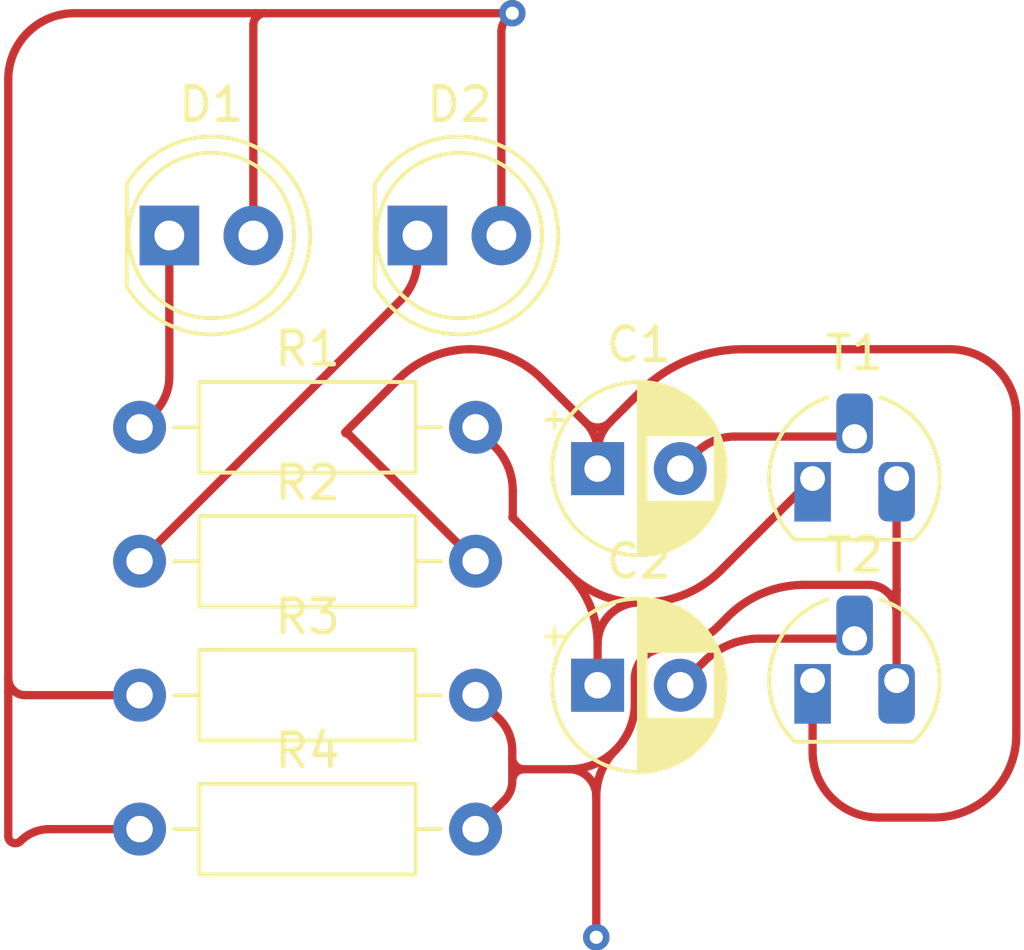
<source format=kicad_pcb>
(kicad_pcb (version 20221018) (generator pcbnew)
  (layers (0 "F.Cu" signal) (31 "B.Cu" signal) (34 "B.Paste" user) (35 "F.Paste" user) (36 "B.SilkS" user "B.Silkscreen") (37 "F.SilkS" user "F.Silkscreen") (38 "B.Mask" user) (39 "F.Mask" user) (44 "Edge.Cuts" user))
  (net 0 "")
  (net 1 "Net-(T2-C)")
  (net 2 "Net-(T1-B)")
  (net 3 "Net-(T1-C)")
  (net 4 "Net-(T2-B)")
  (net 5 "Net-(D1-K)")
  (net 6 "+9V")
  (net 7 "Net-(D2-K)")
  (net 8 "GND")
  (footprint "Resistor_THT:R_Axial_DIN0207_L6.3mm_D2.5mm_P10.16mm_Horizontal" (layer "F.Cu") (at 87.790225 71.42)
    (fp_text reference "R3" (at 5.08 -2.37) (layer "F.SilkS"))
    (fp_text value "47K")
    (fp_line (start 1.04 0) (end 1.81 0) (stroke (width 0.12)) (layer "F.SilkS"))
    (fp_line (start 1.81 -1.37) (end 1.81 1.37) (stroke (width 0.12)) (layer "F.SilkS"))
    (fp_line (start 1.81 1.37) (end 8.35 1.37) (stroke (width 0.12)) (layer "F.SilkS"))
    (fp_line (start 8.35 -1.37) (end 1.81 -1.37) (stroke (width 0.12)) (layer "F.SilkS"))
    (fp_line (start 8.35 1.37) (end 8.35 -1.37) (stroke (width 0.12)) (layer "F.SilkS"))
    (fp_line (start 9.12 0) (end 8.35 0) (stroke (width 0.12)) (layer "F.SilkS"))
    (pad "1" thru_hole circle (at 0 0) (size 1.6 1.6) (drill 0.8) (layers "*.Cu" "*.Mask") (net 6 "+9V"))
    (pad "2" thru_hole oval (at 10.16 0) (size 1.6 1.6) (drill 0.8) (layers "*.Cu" "*.Mask") (net 8 "GND"))
  )
  (footprint "Capacitor_THT:CP_Radial_D5.0mm_P2.50mm" (layer "F.Cu") (at 101.64 64.57)
    (fp_text reference "C1" (at 1.25 -3.75) (layer "F.SilkS"))
    (fp_text value "10µF")
    (fp_line (start -1.554775 -1.475) (end -1.054775 -1.475) (stroke (width 0.12)) (layer "F.SilkS"))
    (fp_line (start -1.304775 -1.725) (end -1.304775 -1.225) (stroke (width 0.12)) (layer "F.SilkS"))
    (fp_line (start 1.25 -2.58) (end 1.25 2.58) (stroke (width 0.12)) (layer "F.SilkS"))
    (fp_line (start 1.29 -2.58) (end 1.29 2.58) (stroke (width 0.12)) (layer "F.SilkS"))
    (fp_line (start 1.33 -2.579) (end 1.33 2.579) (stroke (width 0.12)) (layer "F.SilkS"))
    (fp_line (start 1.37 -2.578) (end 1.37 2.578) (stroke (width 0.12)) (layer "F.SilkS"))
    (fp_line (start 1.41 -2.576) (end 1.41 2.576) (stroke (width 0.12)) (layer "F.SilkS"))
    (fp_line (start 1.45 -2.573) (end 1.45 2.573) (stroke (width 0.12)) (layer "F.SilkS"))
    (fp_line (start 1.49 -2.569) (end 1.49 -1.04) (stroke (width 0.12)) (layer "F.SilkS"))
    (fp_line (start 1.49 1.04) (end 1.49 2.569) (stroke (width 0.12)) (layer "F.SilkS"))
    (fp_line (start 1.53 -2.565) (end 1.53 -1.04) (stroke (width 0.12)) (layer "F.SilkS"))
    (fp_line (start 1.53 1.04) (end 1.53 2.565) (stroke (width 0.12)) (layer "F.SilkS"))
    (fp_line (start 1.57 -2.561) (end 1.57 -1.04) (stroke (width 0.12)) (layer "F.SilkS"))
    (fp_line (start 1.57 1.04) (end 1.57 2.561) (stroke (width 0.12)) (layer "F.SilkS"))
    (fp_line (start 1.61 -2.556) (end 1.61 -1.04) (stroke (width 0.12)) (layer "F.SilkS"))
    (fp_line (start 1.61 1.04) (end 1.61 2.556) (stroke (width 0.12)) (layer "F.SilkS"))
    (fp_line (start 1.65 -2.55) (end 1.65 -1.04) (stroke (width 0.12)) (layer "F.SilkS"))
    (fp_line (start 1.65 1.04) (end 1.65 2.55) (stroke (width 0.12)) (layer "F.SilkS"))
    (fp_line (start 1.69 -2.543) (end 1.69 -1.04) (stroke (width 0.12)) (layer "F.SilkS"))
    (fp_line (start 1.69 1.04) (end 1.69 2.543) (stroke (width 0.12)) (layer "F.SilkS"))
    (fp_line (start 1.73 -2.536) (end 1.73 -1.04) (stroke (width 0.12)) (layer "F.SilkS"))
    (fp_line (start 1.73 1.04) (end 1.73 2.536) (stroke (width 0.12)) (layer "F.SilkS"))
    (fp_line (start 1.77 -2.528) (end 1.77 -1.04) (stroke (width 0.12)) (layer "F.SilkS"))
    (fp_line (start 1.77 1.04) (end 1.77 2.528) (stroke (width 0.12)) (layer "F.SilkS"))
    (fp_line (start 1.81 -2.52) (end 1.81 -1.04) (stroke (width 0.12)) (layer "F.SilkS"))
    (fp_line (start 1.81 1.04) (end 1.81 2.52) (stroke (width 0.12)) (layer "F.SilkS"))
    (fp_line (start 1.85 -2.511) (end 1.85 -1.04) (stroke (width 0.12)) (layer "F.SilkS"))
    (fp_line (start 1.85 1.04) (end 1.85 2.511) (stroke (width 0.12)) (layer "F.SilkS"))
    (fp_line (start 1.89 -2.501) (end 1.89 -1.04) (stroke (width 0.12)) (layer "F.SilkS"))
    (fp_line (start 1.89 1.04) (end 1.89 2.501) (stroke (width 0.12)) (layer "F.SilkS"))
    (fp_line (start 1.93 -2.491) (end 1.93 -1.04) (stroke (width 0.12)) (layer "F.SilkS"))
    (fp_line (start 1.93 1.04) (end 1.93 2.491) (stroke (width 0.12)) (layer "F.SilkS"))
    (fp_line (start 1.971 -2.48) (end 1.971 -1.04) (stroke (width 0.12)) (layer "F.SilkS"))
    (fp_line (start 1.971 1.04) (end 1.971 2.48) (stroke (width 0.12)) (layer "F.SilkS"))
    (fp_line (start 2.011 -2.468) (end 2.011 -1.04) (stroke (width 0.12)) (layer "F.SilkS"))
    (fp_line (start 2.011 1.04) (end 2.011 2.468) (stroke (width 0.12)) (layer "F.SilkS"))
    (fp_line (start 2.051 -2.455) (end 2.051 -1.04) (stroke (width 0.12)) (layer "F.SilkS"))
    (fp_line (start 2.051 1.04) (end 2.051 2.455) (stroke (width 0.12)) (layer "F.SilkS"))
    (fp_line (start 2.091 -2.442) (end 2.091 -1.04) (stroke (width 0.12)) (layer "F.SilkS"))
    (fp_line (start 2.091 1.04) (end 2.091 2.442) (stroke (width 0.12)) (layer "F.SilkS"))
    (fp_line (start 2.131 -2.428) (end 2.131 -1.04) (stroke (width 0.12)) (layer "F.SilkS"))
    (fp_line (start 2.131 1.04) (end 2.131 2.428) (stroke (width 0.12)) (layer "F.SilkS"))
    (fp_line (start 2.171 -2.414) (end 2.171 -1.04) (stroke (width 0.12)) (layer "F.SilkS"))
    (fp_line (start 2.171 1.04) (end 2.171 2.414) (stroke (width 0.12)) (layer "F.SilkS"))
    (fp_line (start 2.211 -2.398) (end 2.211 -1.04) (stroke (width 0.12)) (layer "F.SilkS"))
    (fp_line (start 2.211 1.04) (end 2.211 2.398) (stroke (width 0.12)) (layer "F.SilkS"))
    (fp_line (start 2.251 -2.382) (end 2.251 -1.04) (stroke (width 0.12)) (layer "F.SilkS"))
    (fp_line (start 2.251 1.04) (end 2.251 2.382) (stroke (width 0.12)) (layer "F.SilkS"))
    (fp_line (start 2.291 -2.365) (end 2.291 -1.04) (stroke (width 0.12)) (layer "F.SilkS"))
    (fp_line (start 2.291 1.04) (end 2.291 2.365) (stroke (width 0.12)) (layer "F.SilkS"))
    (fp_line (start 2.331 -2.348) (end 2.331 -1.04) (stroke (width 0.12)) (layer "F.SilkS"))
    (fp_line (start 2.331 1.04) (end 2.331 2.348) (stroke (width 0.12)) (layer "F.SilkS"))
    (fp_line (start 2.371 -2.329) (end 2.371 -1.04) (stroke (width 0.12)) (layer "F.SilkS"))
    (fp_line (start 2.371 1.04) (end 2.371 2.329) (stroke (width 0.12)) (layer "F.SilkS"))
    (fp_line (start 2.411 -2.31) (end 2.411 -1.04) (stroke (width 0.12)) (layer "F.SilkS"))
    (fp_line (start 2.411 1.04) (end 2.411 2.31) (stroke (width 0.12)) (layer "F.SilkS"))
    (fp_line (start 2.451 -2.29) (end 2.451 -1.04) (stroke (width 0.12)) (layer "F.SilkS"))
    (fp_line (start 2.451 1.04) (end 2.451 2.29) (stroke (width 0.12)) (layer "F.SilkS"))
    (fp_line (start 2.491 -2.268) (end 2.491 -1.04) (stroke (width 0.12)) (layer "F.SilkS"))
    (fp_line (start 2.491 1.04) (end 2.491 2.268) (stroke (width 0.12)) (layer "F.SilkS"))
    (fp_line (start 2.531 -2.247) (end 2.531 -1.04) (stroke (width 0.12)) (layer "F.SilkS"))
    (fp_line (start 2.531 1.04) (end 2.531 2.247) (stroke (width 0.12)) (layer "F.SilkS"))
    (fp_line (start 2.571 -2.224) (end 2.571 -1.04) (stroke (width 0.12)) (layer "F.SilkS"))
    (fp_line (start 2.571 1.04) (end 2.571 2.224) (stroke (width 0.12)) (layer "F.SilkS"))
    (fp_line (start 2.611 -2.2) (end 2.611 -1.04) (stroke (width 0.12)) (layer "F.SilkS"))
    (fp_line (start 2.611 1.04) (end 2.611 2.2) (stroke (width 0.12)) (layer "F.SilkS"))
    (fp_line (start 2.651 -2.175) (end 2.651 -1.04) (stroke (width 0.12)) (layer "F.SilkS"))
    (fp_line (start 2.651 1.04) (end 2.651 2.175) (stroke (width 0.12)) (layer "F.SilkS"))
    (fp_line (start 2.691 -2.149) (end 2.691 -1.04) (stroke (width 0.12)) (layer "F.SilkS"))
    (fp_line (start 2.691 1.04) (end 2.691 2.149) (stroke (width 0.12)) (layer "F.SilkS"))
    (fp_line (start 2.731 -2.122) (end 2.731 -1.04) (stroke (width 0.12)) (layer "F.SilkS"))
    (fp_line (start 2.731 1.04) (end 2.731 2.122) (stroke (width 0.12)) (layer "F.SilkS"))
    (fp_line (start 2.771 -2.095) (end 2.771 -1.04) (stroke (width 0.12)) (layer "F.SilkS"))
    (fp_line (start 2.771 1.04) (end 2.771 2.095) (stroke (width 0.12)) (layer "F.SilkS"))
    (fp_line (start 2.811 -2.065) (end 2.811 -1.04) (stroke (width 0.12)) (layer "F.SilkS"))
    (fp_line (start 2.811 1.04) (end 2.811 2.065) (stroke (width 0.12)) (layer "F.SilkS"))
    (fp_line (start 2.851 -2.035) (end 2.851 -1.04) (stroke (width 0.12)) (layer "F.SilkS"))
    (fp_line (start 2.851 1.04) (end 2.851 2.035) (stroke (width 0.12)) (layer "F.SilkS"))
    (fp_line (start 2.891 -2.004) (end 2.891 -1.04) (stroke (width 0.12)) (layer "F.SilkS"))
    (fp_line (start 2.891 1.04) (end 2.891 2.004) (stroke (width 0.12)) (layer "F.SilkS"))
    (fp_line (start 2.931 -1.971) (end 2.931 -1.04) (stroke (width 0.12)) (layer "F.SilkS"))
    (fp_line (start 2.931 1.04) (end 2.931 1.971) (stroke (width 0.12)) (layer "F.SilkS"))
    (fp_line (start 2.971 -1.937) (end 2.971 -1.04) (stroke (width 0.12)) (layer "F.SilkS"))
    (fp_line (start 2.971 1.04) (end 2.971 1.937) (stroke (width 0.12)) (layer "F.SilkS"))
    (fp_line (start 3.011 -1.901) (end 3.011 -1.04) (stroke (width 0.12)) (layer "F.SilkS"))
    (fp_line (start 3.011 1.04) (end 3.011 1.901) (stroke (width 0.12)) (layer "F.SilkS"))
    (fp_line (start 3.051 -1.864) (end 3.051 -1.04) (stroke (width 0.12)) (layer "F.SilkS"))
    (fp_line (start 3.051 1.04) (end 3.051 1.864) (stroke (width 0.12)) (layer "F.SilkS"))
    (fp_line (start 3.091 -1.826) (end 3.091 -1.04) (stroke (width 0.12)) (layer "F.SilkS"))
    (fp_line (start 3.091 1.04) (end 3.091 1.826) (stroke (width 0.12)) (layer "F.SilkS"))
    (fp_line (start 3.131 -1.785) (end 3.131 -1.04) (stroke (width 0.12)) (layer "F.SilkS"))
    (fp_line (start 3.131 1.04) (end 3.131 1.785) (stroke (width 0.12)) (layer "F.SilkS"))
    (fp_line (start 3.171 -1.743) (end 3.171 -1.04) (stroke (width 0.12)) (layer "F.SilkS"))
    (fp_line (start 3.171 1.04) (end 3.171 1.743) (stroke (width 0.12)) (layer "F.SilkS"))
    (fp_line (start 3.211 -1.699) (end 3.211 -1.04) (stroke (width 0.12)) (layer "F.SilkS"))
    (fp_line (start 3.211 1.04) (end 3.211 1.699) (stroke (width 0.12)) (layer "F.SilkS"))
    (fp_line (start 3.251 -1.653) (end 3.251 -1.04) (stroke (width 0.12)) (layer "F.SilkS"))
    (fp_line (start 3.251 1.04) (end 3.251 1.653) (stroke (width 0.12)) (layer "F.SilkS"))
    (fp_line (start 3.291 -1.605) (end 3.291 -1.04) (stroke (width 0.12)) (layer "F.SilkS"))
    (fp_line (start 3.291 1.04) (end 3.291 1.605) (stroke (width 0.12)) (layer "F.SilkS"))
    (fp_line (start 3.331 -1.554) (end 3.331 -1.04) (stroke (width 0.12)) (layer "F.SilkS"))
    (fp_line (start 3.331 1.04) (end 3.331 1.554) (stroke (width 0.12)) (layer "F.SilkS"))
    (fp_line (start 3.371 -1.5) (end 3.371 -1.04) (stroke (width 0.12)) (layer "F.SilkS"))
    (fp_line (start 3.371 1.04) (end 3.371 1.5) (stroke (width 0.12)) (layer "F.SilkS"))
    (fp_line (start 3.411 -1.443) (end 3.411 -1.04) (stroke (width 0.12)) (layer "F.SilkS"))
    (fp_line (start 3.411 1.04) (end 3.411 1.443) (stroke (width 0.12)) (layer "F.SilkS"))
    (fp_line (start 3.451 -1.383) (end 3.451 -1.04) (stroke (width 0.12)) (layer "F.SilkS"))
    (fp_line (start 3.451 1.04) (end 3.451 1.383) (stroke (width 0.12)) (layer "F.SilkS"))
    (fp_line (start 3.491 -1.319) (end 3.491 -1.04) (stroke (width 0.12)) (layer "F.SilkS"))
    (fp_line (start 3.491 1.04) (end 3.491 1.319) (stroke (width 0.12)) (layer "F.SilkS"))
    (fp_line (start 3.531 -1.251) (end 3.531 -1.04) (stroke (width 0.12)) (layer "F.SilkS"))
    (fp_line (start 3.531 1.04) (end 3.531 1.251) (stroke (width 0.12)) (layer "F.SilkS"))
    (fp_line (start 3.571 -1.178) (end 3.571 1.178) (stroke (width 0.12)) (layer "F.SilkS"))
    (fp_line (start 3.611 -1.098) (end 3.611 1.098) (stroke (width 0.12)) (layer "F.SilkS"))
    (fp_line (start 3.651 -1.011) (end 3.651 1.011) (stroke (width 0.12)) (layer "F.SilkS"))
    (fp_line (start 3.691 -0.915) (end 3.691 0.915) (stroke (width 0.12)) (layer "F.SilkS"))
    (fp_line (start 3.731 -0.805) (end 3.731 0.805) (stroke (width 0.12)) (layer "F.SilkS"))
    (fp_line (start 3.771 -0.677) (end 3.771 0.677) (stroke (width 0.12)) (layer "F.SilkS"))
    (fp_line (start 3.811 -0.518) (end 3.811 0.518) (stroke (width 0.12)) (layer "F.SilkS"))
    (fp_line (start 3.851 -0.284) (end 3.851 0.284) (stroke (width 0.12)) (layer "F.SilkS"))
    (fp_circle (center 1.25 0) (end 3.87 0) (stroke (width 0.12)) (fill none) (layer "F.SilkS"))
    (pad "1" thru_hole rect (at 0 0) (size 1.6 1.6) (drill 0.8) (layers "*.Cu" "*.Mask") (net 1 "Net-(T2-C)"))
    (pad "2" thru_hole circle (at 2.5 0) (size 1.6 1.6) (drill 0.8) (layers "*.Cu" "*.Mask") (net 2 "Net-(T1-B)"))
  )
  (footprint "LED_THT:LED_D5.0mm" (layer "F.Cu") (at 96.190225 57.52)
    (fp_text reference "D2" (at 1.27 -3.96) (layer "F.SilkS"))
    (fp_text value "LED")
    (fp_line (start -1.29 -1.545) (end -1.29 1.545) (stroke (width 0.12)) (layer "F.SilkS"))
    (fp_arc (start -1.29 -1.54483) (mid 2.072002 -2.880433) (end 4.26 0.000462) (stroke (width 0.12)) (layer "F.SilkS"))
    (fp_arc (start 4.26 -0.000462) (mid 2.072002 2.880433) (end -1.29 1.54483) (stroke (width 0.12)) (layer "F.SilkS"))
    (fp_circle (center 1.27 0) (end 3.77 0) (stroke (width 0.12)) (fill none) (layer "F.SilkS"))
    (pad "1" thru_hole rect (at 0 0) (size 1.8 1.8) (drill 0.9) (layers "*.Cu" "*.Mask") (net 7 "Net-(D2-K)"))
    (pad "2" thru_hole circle (at 2.54 0) (size 1.8 1.8) (drill 0.9) (layers "*.Cu" "*.Mask") (net 6 "+9V"))
  )
  (footprint "Resistor_THT:R_Axial_DIN0207_L6.3mm_D2.5mm_P10.16mm_Horizontal" (layer "F.Cu") (at 87.790225 67.37)
    (fp_text reference "R2" (at 5.08 -2.37) (layer "F.SilkS"))
    (fp_text value "1K2")
    (fp_line (start 1.04 0) (end 1.81 0) (stroke (width 0.12)) (layer "F.SilkS"))
    (fp_line (start 1.81 -1.37) (end 1.81 1.37) (stroke (width 0.12)) (layer "F.SilkS"))
    (fp_line (start 1.81 1.37) (end 8.35 1.37) (stroke (width 0.12)) (layer "F.SilkS"))
    (fp_line (start 8.35 -1.37) (end 1.81 -1.37) (stroke (width 0.12)) (layer "F.SilkS"))
    (fp_line (start 8.35 1.37) (end 8.35 -1.37) (stroke (width 0.12)) (layer "F.SilkS"))
    (fp_line (start 9.12 0) (end 8.35 0) (stroke (width 0.12)) (layer "F.SilkS"))
    (pad "1" thru_hole circle (at 0 0) (size 1.6 1.6) (drill 0.8) (layers "*.Cu" "*.Mask") (net 7 "Net-(D2-K)"))
    (pad "2" thru_hole oval (at 10.16 0) (size 1.6 1.6) (drill 0.8) (layers "*.Cu" "*.Mask") (net 1 "Net-(T2-C)"))
  )
  (footprint "Resistor_THT:R_Axial_DIN0207_L6.3mm_D2.5mm_P10.16mm_Horizontal" (layer "F.Cu") (at 87.790225 75.47)
    (fp_text reference "R4" (at 5.08 -2.37) (layer "F.SilkS"))
    (fp_text value "47K")
    (fp_line (start 1.04 0) (end 1.81 0) (stroke (width 0.12)) (layer "F.SilkS"))
    (fp_line (start 1.81 -1.37) (end 1.81 1.37) (stroke (width 0.12)) (layer "F.SilkS"))
    (fp_line (start 1.81 1.37) (end 8.35 1.37) (stroke (width 0.12)) (layer "F.SilkS"))
    (fp_line (start 8.35 -1.37) (end 1.81 -1.37) (stroke (width 0.12)) (layer "F.SilkS"))
    (fp_line (start 8.35 1.37) (end 8.35 -1.37) (stroke (width 0.12)) (layer "F.SilkS"))
    (fp_line (start 9.12 0) (end 8.35 0) (stroke (width 0.12)) (layer "F.SilkS"))
    (pad "1" thru_hole circle (at 0 0) (size 1.6 1.6) (drill 0.8) (layers "*.Cu" "*.Mask") (net 6 "+9V"))
    (pad "2" thru_hole oval (at 10.16 0) (size 1.6 1.6) (drill 0.8) (layers "*.Cu" "*.Mask") (net 8 "GND"))
  )
  (footprint "Package_TO_SOT_THT:TO-92L_HandSolder" (layer "F.Cu") (at 108.140225 64.87)
    (fp_text reference "T1" (at 1.27 -3.8) (layer "F.SilkS"))
    (fp_text value "BC547")
    (fp_line (start -0.53 1.85) (end 3.07 1.85) (stroke (width 0.12)) (layer "F.SilkS"))
    (fp_arc (start -0.541453 1.842156) (mid -1.247298 -0.581475) (end 0.45 -2.45) (stroke (width 0.12)) (layer "F.SilkS"))
    (fp_arc (start 2.05 -2.45) (mid 3.769931 -0.601036) (end 3.078445 1.827684) (stroke (width 0.12)) (layer "F.SilkS"))
    (pad "1" thru_hole rect (at 0 0) (size 1.1 1.8) (drill 0.75 (offset 0 0.4)) (layers "*.Cu" "*.Mask") (net 3 "Net-(T1-C)"))
    (pad "2" thru_hole roundrect (at 1.27 -1.27) (size 1.1 1.8) (drill 0.75 (offset 0 -0.4)) (layers "*.Cu" "*.Mask") (net 2 "Net-(T1-B)"))
    (pad "3" thru_hole roundrect (at 2.54 0) (size 1.1 1.8) (drill 0.75 (offset 0 0.4)) (layers "*.Cu" "*.Mask") (net 8 "GND"))
  )
  (footprint "Package_TO_SOT_THT:TO-92L_HandSolder" (layer "F.Cu") (at 108.140225 70.98)
    (fp_text reference "T2" (at 1.27 -3.8) (layer "F.SilkS"))
    (fp_text value "BC547")
    (fp_line (start -0.53 1.85) (end 3.07 1.85) (stroke (width 0.12)) (layer "F.SilkS"))
    (fp_arc (start -0.541453 1.842156) (mid -1.247298 -0.581475) (end 0.45 -2.45) (stroke (width 0.12)) (layer "F.SilkS"))
    (fp_arc (start 2.05 -2.45) (mid 3.769931 -0.601036) (end 3.078445 1.827684) (stroke (width 0.12)) (layer "F.SilkS"))
    (pad "1" thru_hole rect (at 0 0) (size 1.1 1.8) (drill 0.75 (offset 0 0.4)) (layers "*.Cu" "*.Mask") (net 1 "Net-(T2-C)"))
    (pad "2" thru_hole roundrect (at 1.27 -1.27) (size 1.1 1.8) (drill 0.75 (offset 0 -0.4)) (layers "*.Cu" "*.Mask") (net 4 "Net-(T2-B)"))
    (pad "3" thru_hole roundrect (at 2.54 0) (size 1.1 1.8) (drill 0.75 (offset 0 0.4)) (layers "*.Cu" "*.Mask") (net 8 "GND"))
  )
  (footprint "Capacitor_THT:CP_Radial_D5.0mm_P2.50mm" (layer "F.Cu") (at 101.64 71.12)
    (fp_text reference "C2" (at 1.25 -3.75) (layer "F.SilkS"))
    (fp_text value "10µF")
    (fp_line (start -1.554775 -1.475) (end -1.054775 -1.475) (stroke (width 0.12)) (layer "F.SilkS"))
    (fp_line (start -1.304775 -1.725) (end -1.304775 -1.225) (stroke (width 0.12)) (layer "F.SilkS"))
    (fp_line (start 1.25 -2.58) (end 1.25 2.58) (stroke (width 0.12)) (layer "F.SilkS"))
    (fp_line (start 1.29 -2.58) (end 1.29 2.58) (stroke (width 0.12)) (layer "F.SilkS"))
    (fp_line (start 1.33 -2.579) (end 1.33 2.579) (stroke (width 0.12)) (layer "F.SilkS"))
    (fp_line (start 1.37 -2.578) (end 1.37 2.578) (stroke (width 0.12)) (layer "F.SilkS"))
    (fp_line (start 1.41 -2.576) (end 1.41 2.576) (stroke (width 0.12)) (layer "F.SilkS"))
    (fp_line (start 1.45 -2.573) (end 1.45 2.573) (stroke (width 0.12)) (layer "F.SilkS"))
    (fp_line (start 1.49 -2.569) (end 1.49 -1.04) (stroke (width 0.12)) (layer "F.SilkS"))
    (fp_line (start 1.49 1.04) (end 1.49 2.569) (stroke (width 0.12)) (layer "F.SilkS"))
    (fp_line (start 1.53 -2.565) (end 1.53 -1.04) (stroke (width 0.12)) (layer "F.SilkS"))
    (fp_line (start 1.53 1.04) (end 1.53 2.565) (stroke (width 0.12)) (layer "F.SilkS"))
    (fp_line (start 1.57 -2.561) (end 1.57 -1.04) (stroke (width 0.12)) (layer "F.SilkS"))
    (fp_line (start 1.57 1.04) (end 1.57 2.561) (stroke (width 0.12)) (layer "F.SilkS"))
    (fp_line (start 1.61 -2.556) (end 1.61 -1.04) (stroke (width 0.12)) (layer "F.SilkS"))
    (fp_line (start 1.61 1.04) (end 1.61 2.556) (stroke (width 0.12)) (layer "F.SilkS"))
    (fp_line (start 1.65 -2.55) (end 1.65 -1.04) (stroke (width 0.12)) (layer "F.SilkS"))
    (fp_line (start 1.65 1.04) (end 1.65 2.55) (stroke (width 0.12)) (layer "F.SilkS"))
    (fp_line (start 1.69 -2.543) (end 1.69 -1.04) (stroke (width 0.12)) (layer "F.SilkS"))
    (fp_line (start 1.69 1.04) (end 1.69 2.543) (stroke (width 0.12)) (layer "F.SilkS"))
    (fp_line (start 1.73 -2.536) (end 1.73 -1.04) (stroke (width 0.12)) (layer "F.SilkS"))
    (fp_line (start 1.73 1.04) (end 1.73 2.536) (stroke (width 0.12)) (layer "F.SilkS"))
    (fp_line (start 1.77 -2.528) (end 1.77 -1.04) (stroke (width 0.12)) (layer "F.SilkS"))
    (fp_line (start 1.77 1.04) (end 1.77 2.528) (stroke (width 0.12)) (layer "F.SilkS"))
    (fp_line (start 1.81 -2.52) (end 1.81 -1.04) (stroke (width 0.12)) (layer "F.SilkS"))
    (fp_line (start 1.81 1.04) (end 1.81 2.52) (stroke (width 0.12)) (layer "F.SilkS"))
    (fp_line (start 1.85 -2.511) (end 1.85 -1.04) (stroke (width 0.12)) (layer "F.SilkS"))
    (fp_line (start 1.85 1.04) (end 1.85 2.511) (stroke (width 0.12)) (layer "F.SilkS"))
    (fp_line (start 1.89 -2.501) (end 1.89 -1.04) (stroke (width 0.12)) (layer "F.SilkS"))
    (fp_line (start 1.89 1.04) (end 1.89 2.501) (stroke (width 0.12)) (layer "F.SilkS"))
    (fp_line (start 1.93 -2.491) (end 1.93 -1.04) (stroke (width 0.12)) (layer "F.SilkS"))
    (fp_line (start 1.93 1.04) (end 1.93 2.491) (stroke (width 0.12)) (layer "F.SilkS"))
    (fp_line (start 1.971 -2.48) (end 1.971 -1.04) (stroke (width 0.12)) (layer "F.SilkS"))
    (fp_line (start 1.971 1.04) (end 1.971 2.48) (stroke (width 0.12)) (layer "F.SilkS"))
    (fp_line (start 2.011 -2.468) (end 2.011 -1.04) (stroke (width 0.12)) (layer "F.SilkS"))
    (fp_line (start 2.011 1.04) (end 2.011 2.468) (stroke (width 0.12)) (layer "F.SilkS"))
    (fp_line (start 2.051 -2.455) (end 2.051 -1.04) (stroke (width 0.12)) (layer "F.SilkS"))
    (fp_line (start 2.051 1.04) (end 2.051 2.455) (stroke (width 0.12)) (layer "F.SilkS"))
    (fp_line (start 2.091 -2.442) (end 2.091 -1.04) (stroke (width 0.12)) (layer "F.SilkS"))
    (fp_line (start 2.091 1.04) (end 2.091 2.442) (stroke (width 0.12)) (layer "F.SilkS"))
    (fp_line (start 2.131 -2.428) (end 2.131 -1.04) (stroke (width 0.12)) (layer "F.SilkS"))
    (fp_line (start 2.131 1.04) (end 2.131 2.428) (stroke (width 0.12)) (layer "F.SilkS"))
    (fp_line (start 2.171 -2.414) (end 2.171 -1.04) (stroke (width 0.12)) (layer "F.SilkS"))
    (fp_line (start 2.171 1.04) (end 2.171 2.414) (stroke (width 0.12)) (layer "F.SilkS"))
    (fp_line (start 2.211 -2.398) (end 2.211 -1.04) (stroke (width 0.12)) (layer "F.SilkS"))
    (fp_line (start 2.211 1.04) (end 2.211 2.398) (stroke (width 0.12)) (layer "F.SilkS"))
    (fp_line (start 2.251 -2.382) (end 2.251 -1.04) (stroke (width 0.12)) (layer "F.SilkS"))
    (fp_line (start 2.251 1.04) (end 2.251 2.382) (stroke (width 0.12)) (layer "F.SilkS"))
    (fp_line (start 2.291 -2.365) (end 2.291 -1.04) (stroke (width 0.12)) (layer "F.SilkS"))
    (fp_line (start 2.291 1.04) (end 2.291 2.365) (stroke (width 0.12)) (layer "F.SilkS"))
    (fp_line (start 2.331 -2.348) (end 2.331 -1.04) (stroke (width 0.12)) (layer "F.SilkS"))
    (fp_line (start 2.331 1.04) (end 2.331 2.348) (stroke (width 0.12)) (layer "F.SilkS"))
    (fp_line (start 2.371 -2.329) (end 2.371 -1.04) (stroke (width 0.12)) (layer "F.SilkS"))
    (fp_line (start 2.371 1.04) (end 2.371 2.329) (stroke (width 0.12)) (layer "F.SilkS"))
    (fp_line (start 2.411 -2.31) (end 2.411 -1.04) (stroke (width 0.12)) (layer "F.SilkS"))
    (fp_line (start 2.411 1.04) (end 2.411 2.31) (stroke (width 0.12)) (layer "F.SilkS"))
    (fp_line (start 2.451 -2.29) (end 2.451 -1.04) (stroke (width 0.12)) (layer "F.SilkS"))
    (fp_line (start 2.451 1.04) (end 2.451 2.29) (stroke (width 0.12)) (layer "F.SilkS"))
    (fp_line (start 2.491 -2.268) (end 2.491 -1.04) (stroke (width 0.12)) (layer "F.SilkS"))
    (fp_line (start 2.491 1.04) (end 2.491 2.268) (stroke (width 0.12)) (layer "F.SilkS"))
    (fp_line (start 2.531 -2.247) (end 2.531 -1.04) (stroke (width 0.12)) (layer "F.SilkS"))
    (fp_line (start 2.531 1.04) (end 2.531 2.247) (stroke (width 0.12)) (layer "F.SilkS"))
    (fp_line (start 2.571 -2.224) (end 2.571 -1.04) (stroke (width 0.12)) (layer "F.SilkS"))
    (fp_line (start 2.571 1.04) (end 2.571 2.224) (stroke (width 0.12)) (layer "F.SilkS"))
    (fp_line (start 2.611 -2.2) (end 2.611 -1.04) (stroke (width 0.12)) (layer "F.SilkS"))
    (fp_line (start 2.611 1.04) (end 2.611 2.2) (stroke (width 0.12)) (layer "F.SilkS"))
    (fp_line (start 2.651 -2.175) (end 2.651 -1.04) (stroke (width 0.12)) (layer "F.SilkS"))
    (fp_line (start 2.651 1.04) (end 2.651 2.175) (stroke (width 0.12)) (layer "F.SilkS"))
    (fp_line (start 2.691 -2.149) (end 2.691 -1.04) (stroke (width 0.12)) (layer "F.SilkS"))
    (fp_line (start 2.691 1.04) (end 2.691 2.149) (stroke (width 0.12)) (layer "F.SilkS"))
    (fp_line (start 2.731 -2.122) (end 2.731 -1.04) (stroke (width 0.12)) (layer "F.SilkS"))
    (fp_line (start 2.731 1.04) (end 2.731 2.122) (stroke (width 0.12)) (layer "F.SilkS"))
    (fp_line (start 2.771 -2.095) (end 2.771 -1.04) (stroke (width 0.12)) (layer "F.SilkS"))
    (fp_line (start 2.771 1.04) (end 2.771 2.095) (stroke (width 0.12)) (layer "F.SilkS"))
    (fp_line (start 2.811 -2.065) (end 2.811 -1.04) (stroke (width 0.12)) (layer "F.SilkS"))
    (fp_line (start 2.811 1.04) (end 2.811 2.065) (stroke (width 0.12)) (layer "F.SilkS"))
    (fp_line (start 2.851 -2.035) (end 2.851 -1.04) (stroke (width 0.12)) (layer "F.SilkS"))
    (fp_line (start 2.851 1.04) (end 2.851 2.035) (stroke (width 0.12)) (layer "F.SilkS"))
    (fp_line (start 2.891 -2.004) (end 2.891 -1.04) (stroke (width 0.12)) (layer "F.SilkS"))
    (fp_line (start 2.891 1.04) (end 2.891 2.004) (stroke (width 0.12)) (layer "F.SilkS"))
    (fp_line (start 2.931 -1.971) (end 2.931 -1.04) (stroke (width 0.12)) (layer "F.SilkS"))
    (fp_line (start 2.931 1.04) (end 2.931 1.971) (stroke (width 0.12)) (layer "F.SilkS"))
    (fp_line (start 2.971 -1.937) (end 2.971 -1.04) (stroke (width 0.12)) (layer "F.SilkS"))
    (fp_line (start 2.971 1.04) (end 2.971 1.937) (stroke (width 0.12)) (layer "F.SilkS"))
    (fp_line (start 3.011 -1.901) (end 3.011 -1.04) (stroke (width 0.12)) (layer "F.SilkS"))
    (fp_line (start 3.011 1.04) (end 3.011 1.901) (stroke (width 0.12)) (layer "F.SilkS"))
    (fp_line (start 3.051 -1.864) (end 3.051 -1.04) (stroke (width 0.12)) (layer "F.SilkS"))
    (fp_line (start 3.051 1.04) (end 3.051 1.864) (stroke (width 0.12)) (layer "F.SilkS"))
    (fp_line (start 3.091 -1.826) (end 3.091 -1.04) (stroke (width 0.12)) (layer "F.SilkS"))
    (fp_line (start 3.091 1.04) (end 3.091 1.826) (stroke (width 0.12)) (layer "F.SilkS"))
    (fp_line (start 3.131 -1.785) (end 3.131 -1.04) (stroke (width 0.12)) (layer "F.SilkS"))
    (fp_line (start 3.131 1.04) (end 3.131 1.785) (stroke (width 0.12)) (layer "F.SilkS"))
    (fp_line (start 3.171 -1.743) (end 3.171 -1.04) (stroke (width 0.12)) (layer "F.SilkS"))
    (fp_line (start 3.171 1.04) (end 3.171 1.743) (stroke (width 0.12)) (layer "F.SilkS"))
    (fp_line (start 3.211 -1.699) (end 3.211 -1.04) (stroke (width 0.12)) (layer "F.SilkS"))
    (fp_line (start 3.211 1.04) (end 3.211 1.699) (stroke (width 0.12)) (layer "F.SilkS"))
    (fp_line (start 3.251 -1.653) (end 3.251 -1.04) (stroke (width 0.12)) (layer "F.SilkS"))
    (fp_line (start 3.251 1.04) (end 3.251 1.653) (stroke (width 0.12)) (layer "F.SilkS"))
    (fp_line (start 3.291 -1.605) (end 3.291 -1.04) (stroke (width 0.12)) (layer "F.SilkS"))
    (fp_line (start 3.291 1.04) (end 3.291 1.605) (stroke (width 0.12)) (layer "F.SilkS"))
    (fp_line (start 3.331 -1.554) (end 3.331 -1.04) (stroke (width 0.12)) (layer "F.SilkS"))
    (fp_line (start 3.331 1.04) (end 3.331 1.554) (stroke (width 0.12)) (layer "F.SilkS"))
    (fp_line (start 3.371 -1.5) (end 3.371 -1.04) (stroke (width 0.12)) (layer "F.SilkS"))
    (fp_line (start 3.371 1.04) (end 3.371 1.5) (stroke (width 0.12)) (layer "F.SilkS"))
    (fp_line (start 3.411 -1.443) (end 3.411 -1.04) (stroke (width 0.12)) (layer "F.SilkS"))
    (fp_line (start 3.411 1.04) (end 3.411 1.443) (stroke (width 0.12)) (layer "F.SilkS"))
    (fp_line (start 3.451 -1.383) (end 3.451 -1.04) (stroke (width 0.12)) (layer "F.SilkS"))
    (fp_line (start 3.451 1.04) (end 3.451 1.383) (stroke (width 0.12)) (layer "F.SilkS"))
    (fp_line (start 3.491 -1.319) (end 3.491 -1.04) (stroke (width 0.12)) (layer "F.SilkS"))
    (fp_line (start 3.491 1.04) (end 3.491 1.319) (stroke (width 0.12)) (layer "F.SilkS"))
    (fp_line (start 3.531 -1.251) (end 3.531 -1.04) (stroke (width 0.12)) (layer "F.SilkS"))
    (fp_line (start 3.531 1.04) (end 3.531 1.251) (stroke (width 0.12)) (layer "F.SilkS"))
    (fp_line (start 3.571 -1.178) (end 3.571 1.178) (stroke (width 0.12)) (layer "F.SilkS"))
    (fp_line (start 3.611 -1.098) (end 3.611 1.098) (stroke (width 0.12)) (layer "F.SilkS"))
    (fp_line (start 3.651 -1.011) (end 3.651 1.011) (stroke (width 0.12)) (layer "F.SilkS"))
    (fp_line (start 3.691 -0.915) (end 3.691 0.915) (stroke (width 0.12)) (layer "F.SilkS"))
    (fp_line (start 3.731 -0.805) (end 3.731 0.805) (stroke (width 0.12)) (layer "F.SilkS"))
    (fp_line (start 3.771 -0.677) (end 3.771 0.677) (stroke (width 0.12)) (layer "F.SilkS"))
    (fp_line (start 3.811 -0.518) (end 3.811 0.518) (stroke (width 0.12)) (layer "F.SilkS"))
    (fp_line (start 3.851 -0.284) (end 3.851 0.284) (stroke (width 0.12)) (layer "F.SilkS"))
    (fp_circle (center 1.25 0) (end 3.87 0) (stroke (width 0.12)) (fill none) (layer "F.SilkS"))
    (pad "1" thru_hole rect (at 0 0) (size 1.6 1.6) (drill 0.8) (layers "*.Cu" "*.Mask") (net 3 "Net-(T1-C)"))
    (pad "2" thru_hole circle (at 2.5 0) (size 1.6 1.6) (drill 0.8) (layers "*.Cu" "*.Mask") (net 4 "Net-(T2-B)"))
  )
  (footprint "LED_THT:LED_D5.0mm" (layer "F.Cu") (at 88.690225 57.52)
    (fp_text reference "D1" (at 1.27 -3.96) (layer "F.SilkS"))
    (fp_text value "LED")
    (fp_line (start -1.29 -1.545) (end -1.29 1.545) (stroke (width 0.12)) (layer "F.SilkS"))
    (fp_arc (start -1.29 -1.54483) (mid 2.072002 -2.880433) (end 4.26 0.000462) (stroke (width 0.12)) (layer "F.SilkS"))
    (fp_arc (start 4.26 -0.000462) (mid 2.072002 2.880433) (end -1.29 1.54483) (stroke (width 0.12)) (layer "F.SilkS"))
    (fp_circle (center 1.27 0) (end 3.77 0) (stroke (width 0.12)) (fill none) (layer "F.SilkS"))
    (pad "1" thru_hole rect (at 0 0) (size 1.8 1.8) (drill 0.9) (layers "*.Cu" "*.Mask") (net 5 "Net-(D1-K)"))
    (pad "2" thru_hole circle (at 2.54 0) (size 1.8 1.8) (drill 0.9) (layers "*.Cu" "*.Mask") (net 6 "+9V"))
  )
  (footprint "Resistor_THT:R_Axial_DIN0207_L6.3mm_D2.5mm_P10.16mm_Horizontal" (layer "F.Cu") (at 87.790225 63.32)
    (fp_text reference "R1" (at 5.08 -2.37) (layer "F.SilkS"))
    (fp_text value "1K2")
    (fp_line (start 1.04 0) (end 1.81 0) (stroke (width 0.12)) (layer "F.SilkS"))
    (fp_line (start 1.81 -1.37) (end 1.81 1.37) (stroke (width 0.12)) (layer "F.SilkS"))
    (fp_line (start 1.81 1.37) (end 8.35 1.37) (stroke (width 0.12)) (layer "F.SilkS"))
    (fp_line (start 8.35 -1.37) (end 1.81 -1.37) (stroke (width 0.12)) (layer "F.SilkS"))
    (fp_line (start 8.35 1.37) (end 8.35 -1.37) (stroke (width 0.12)) (layer "F.SilkS"))
    (fp_line (start 9.12 0) (end 8.35 0) (stroke (width 0.12)) (layer "F.SilkS"))
    (pad "1" thru_hole circle (at 0 0) (size 1.6 1.6) (drill 0.8) (layers "*.Cu" "*.Mask") (net 5 "Net-(D1-K)"))
    (pad "2" thru_hole oval (at 10.16 0) (size 1.6 1.6) (drill 0.8) (layers "*.Cu" "*.Mask") (net 3 "Net-(T1-C)"))
  )
  (segment (start 111.80724 75.120225) (end 110.140223 75.120225) (width 0.25) (layer "F.Cu") (net 1))
  (segment (start 114.3 62.959998) (end 114.3 72.627465) (width 0.25) (layer "F.Cu") (net 1))
  (segment (start 94.115659 63.535434) (end 97.950225 67.37) (width 0.25) (layer "F.Cu") (net 1))
  (segment (start 95.621974 61.858025) (end 94.015434 63.464565) (width 0.25) (layer "F.Cu") (net 1))
  (segment (start 108.140225 73.120226) (end 108.140225 70.98) (width 0.25) (layer "F.Cu") (net 1))
  (segment (start 101.27584 63.17584) (end 99.958025 61.858025) (width 0.25) (layer "F.Cu") (net 1))
  (segment (start 101.64 64.055) (end 101.64 64.57) (width 0.25) (layer "F.Cu") (net 1))
  (segment (start 102.004159 63.17584) (end 102.93 62.25) (width 0.25) (layer "F.Cu") (net 1))
  (segment (start 112.300001 60.96) (end 106.044335 60.96) (width 0.25) (layer "F.Cu") (net 1))
  (arc (start 101.27584 63.17584) (mid 101.639999 63.32668) (end 102.004159 63.17584) (width 0.25) (layer "F.Cu") (net 1))
  (arc (start 94.015434 63.464565) (mid 94.010934 63.487186) (end 94.030112 63.5) (width 0.25) (layer "F.Cu") (net 1))
  (arc (start 114.3 62.959998) (mid 113.714213 61.545785) (end 112.300001 60.96) (width 0.25) (layer "F.Cu") (net 1))
  (arc (start 108.140225 73.120226) (mid 108.72601 74.534438) (end 110.140223 75.120225) (width 0.25) (layer "F.Cu") (net 1))
  (arc (start 102.004159 63.17584) (mid 101.734641 63.579202) (end 101.64 64.055) (width 0.25) (layer "F.Cu") (net 1))
  (arc (start 106.044335 60.96) (mid 104.358869 61.29526) (end 102.93 62.25) (width 0.25) (layer "F.Cu") (net 1))
  (arc (start 99.958025 61.858025) (mid 98.963326 61.193389) (end 97.79 60.96) (width 0.25) (layer "F.Cu") (net 1))
  (arc (start 113.569887 74.390112) (mid 112.761177 74.930474) (end 111.80724 75.120225) (width 0.25) (layer "F.Cu") (net 1))
  (arc (start 97.79 60.96) (mid 96.616672 61.193389) (end 95.621974 61.858025) (width 0.25) (layer "F.Cu") (net 1))
  (arc (start 101.64 64.055) (mid 101.545357 63.579202) (end 101.27584 63.17584) (width 0.25) (layer "F.Cu") (net 1))
  (arc (start 114.3 72.627465) (mid 114.110249 73.581402) (end 113.569887 74.390112) (width 0.25) (layer "F.Cu") (net 1))
  (arc (start 94.115659 63.535434) (mid 94.07641 63.509208) (end 94.030112 63.5) (width 0.25) (layer "F.Cu") (net 1))
  (segment (start 105.795893 63.6) (end 109.410225 63.6) (width 0.25) (layer "F.Cu") (net 2))
  (segment (start 104.625 64.085) (end 104.14 64.57) (width 0.25) (layer "F.Cu") (net 2))
  (arc (start 105.795893 63.6) (mid 105.16221 63.726047) (end 104.625 64.085) (width 0.25) (layer "F.Cu") (net 2))
  (segment (start 102.89 68.62) (end 103.015112 68.62) (width 0.25) (layer "F.Cu") (net 3))
  (segment (start 100.756116 67.736116) (end 99.067612 66.047612) (width 0.25) (layer "F.Cu") (net 3))
  (segment (start 98.51669 63.886465) (end 97.950225 63.32) (width 0.25) (layer "F.Cu") (net 3))
  (segment (start 101.64 69.87) (end 101.64 71.12) (width 0.25) (layer "F.Cu") (net 3))
  (segment (start 105.362576 67.647648) (end 108.140225 64.87) (width 0.25) (layer "F.Cu") (net 3))
  (segment (start 99.075225 65.234887) (end 99.075225 66.014009) (width 0.25) (layer "F.Cu") (net 3))
  (arc (start 102.89 68.62) (mid 102.006116 68.986116) (end 101.64 69.87) (width 0.25) (layer "F.Cu") (net 3))
  (arc (start 105.362576 67.647648) (mid 104.28555 68.367293) (end 103.015112 68.62) (width 0.25) (layer "F.Cu") (net 3))
  (arc (start 99.075225 66.014009) (mid 99.073246 66.023955) (end 99.067612 66.032387) (width 0.25) (layer "F.Cu") (net 3))
  (arc (start 99.067612 66.032387) (mid 99.064459 66.039999) (end 99.067612 66.047612) (width 0.25) (layer "F.Cu") (net 3))
  (arc (start 101.64 69.87) (mid 101.410286 68.71515) (end 100.756116 67.736116) (width 0.25) (layer "F.Cu") (net 3))
  (arc (start 98.51669 63.886465) (mid 98.930066 64.505126) (end 99.075225 65.234887) (width 0.25) (layer "F.Cu") (net 3))
  (arc (start 100.756116 67.736116) (mid 101.73515 68.390286) (end 102.89 68.62) (width 0.25) (layer "F.Cu") (net 3))
  (segment (start 104.845 70.415) (end 104.14 71.12) (width 0.25) (layer "F.Cu") (net 4))
  (segment (start 106.54702 69.71) (end 109.410225 69.71) (width 0.25) (layer "F.Cu") (net 4))
  (arc (start 106.54702 69.71) (mid 105.625893 69.893223) (end 104.845 70.415) (width 0.25) (layer "F.Cu") (net 4))
  (segment (start 88.690225 61.783603) (end 88.690225 57.52) (width 0.25) (layer "F.Cu") (net 5))
  (segment (start 88.240225 62.87) (end 87.790225 63.32) (width 0.25) (layer "F.Cu") (net 5))
  (arc (start 88.690225 61.783603) (mid 88.573273 62.371556) (end 88.240225 62.87) (width 0.25) (layer "F.Cu") (net 5))
  (segment (start 99.06 50.8) (end 98.895112 50.964887) (width 0.25) (layer "F.Cu") (net 6))
  (segment (start 85.066187 75.47) (end 87.790225 75.47) (width 0.25) (layer "F.Cu") (net 6))
  (segment (start 91.230225 51.158108) (end 91.230225 57.52) (width 0.25) (layer "F.Cu") (net 6))
  (segment (start 83.82 70.907867) (end 83.82 52.799998) (width 0.25) (layer "F.Cu") (net 6))
  (segment (start 83.82 71.332132) (end 83.82 75.683812) (width 0.25) (layer "F.Cu") (net 6))
  (segment (start 84.332132 71.42) (end 87.790225 71.42) (width 0.25) (layer "F.Cu") (net 6))
  (segment (start 99.06 50.8) (end 91.588333 50.8) (width 0.25) (layer "F.Cu") (net 6))
  (segment (start 91.291666 50.8) (end 91.588333 50.8) (width 0.25) (layer "F.Cu") (net 6))
  (segment (start 98.730225 51.362961) (end 98.730225 57.52) (width 0.25) (layer "F.Cu") (net 6))
  (segment (start 85.819998 50.8) (end 91.291666 50.8) (width 0.25) (layer "F.Cu") (net 6))
  (segment (start 83.82 71.332132) (end 83.82 70.907867) (width 0.25) (layer "F.Cu") (net 6))
  (via (at 99.06 50.8) (size 0.8) (drill 0.4) (layers "F.Cu" "B.Cu") (net 6))
  (arc (start 91.335112 50.904887) (mid 91.257484 51.021065) (end 91.230225 51.158108) (width 0.25) (layer "F.Cu") (net 6))
  (arc (start 83.97 71.27) (mid 84.136147 71.381016) (end 84.332132 71.42) (width 0.25) (layer "F.Cu") (net 6))
  (arc (start 91.588333 50.8) (mid 91.45129 50.827259) (end 91.335112 50.904887) (width 0.25) (layer "F.Cu") (net 6))
  (arc (start 83.82 70.907867) (mid 83.858983 71.103852) (end 83.97 71.27) (width 0.25) (layer "F.Cu") (net 6))
  (arc (start 85.819998 50.8) (mid 84.405785 51.385785) (end 83.82 52.799998) (width 0.25) (layer "F.Cu") (net 6))
  (arc (start 98.895112 50.964887) (mid 98.773077 51.147525) (end 98.730225 51.362961) (width 0.25) (layer "F.Cu") (net 6))
  (arc (start 83.97 71.27) (mid 83.874242 71.250952) (end 83.82 71.332132) (width 0.25) (layer "F.Cu") (net 6))
  (arc (start 85.066187 75.47) (mid 84.589292 75.56486) (end 84.185 75.835) (width 0.25) (layer "F.Cu") (net 6))
  (arc (start 91.335112 50.904887) (mid 91.34843 50.837928) (end 91.291666 50.8) (width 0.25) (layer "F.Cu") (net 6))
  (arc (start 83.82 75.683812) (mid 83.951989 75.881348) (end 84.185 75.835) (width 0.25) (layer "F.Cu") (net 6))
  (segment (start 95.677572 59.482652) (end 87.790225 67.37) (width 0.25) (layer "F.Cu") (net 7))
  (segment (start 96.190225 58.245) (end 96.190225 57.52) (width 0.25) (layer "F.Cu") (net 7))
  (arc (start 96.190225 58.245) (mid 96.05699 58.914812) (end 95.677572 59.482652) (width 0.25) (layer "F.Cu") (net 7))
  (segment (start 110.680225 68.229982) (end 110.680225 64.87) (width 0.25) (layer "F.Cu") (net 8))
  (segment (start 110.680225 68.930017) (end 110.680225 70.98) (width 0.25) (layer "F.Cu") (net 8))
  (segment (start 101.6 74.483779) (end 101.6 78.74) (width 0.25) (layer "F.Cu") (net 8))
  (segment (start 110.680225 68.229982) (end 110.680225 68.930017) (width 0.25) (layer "F.Cu") (net 8))
  (segment (start 99.06 73.309887) (end 99.06 73.094887) (width 0.25) (layer "F.Cu") (net 8))
  (segment (start 98.812433 74.607791) (end 97.950225 75.47) (width 0.25) (layer "F.Cu") (net 8))
  (segment (start 98.660405 72.13018) (end 97.950225 71.42) (width 0.25) (layer "F.Cu") (net 8))
  (segment (start 105.287487 69.336116) (end 105.583604 69.04) (width 0.25) (layer "F.Cu") (net 8))
  (segment (start 102.765 71.67122) (end 102.765 70.926802) (width 0.25) (layer "F.Cu") (net 8))
  (segment (start 99.06 74.010112) (end 99.06 73.309887) (width 0.25) (layer "F.Cu") (net 8))
  (segment (start 107.889177 68.085) (end 109.835207 68.085) (width 0.25) (layer "F.Cu") (net 8))
  (segment (start 100.77622 73.66) (end 99.410112 73.66) (width 0.25) (layer "F.Cu") (net 8))
  (via (at 101.6 78.74) (size 0.8) (drill 0.4) (layers "F.Cu" "B.Cu") (net 8))
  (arc (start 98.660405 72.13018) (mid 98.956148 72.572791) (end 99.06 73.094887) (width 0.25) (layer "F.Cu") (net 8))
  (arc (start 107.889177 68.085) (mid 106.64141 68.333196) (end 105.583604 69.04) (width 0.25) (layer "F.Cu") (net 8))
  (arc (start 110.432725 68.3325) (mid 110.158581 68.149323) (end 109.835207 68.085) (width 0.25) (layer "F.Cu") (net 8))
  (arc (start 99.410112 73.66) (mid 99.162545 73.762545) (end 99.06 74.010112) (width 0.25) (layer "F.Cu") (net 8))
  (arc (start 101.6 74.483779) (mid 101.35872 73.901279) (end 100.77622 73.66) (width 0.25) (layer "F.Cu") (net 8))
  (arc (start 110.680225 68.930017) (mid 110.615901 68.606643) (end 110.432725 68.3325) (width 0.25) (layer "F.Cu") (net 8))
  (arc (start 102.765 71.67122) (mid 102.613613 72.432293) (end 102.1825 73.0775) (width 0.25) (layer "F.Cu") (net 8))
  (arc (start 99.06 74.010112) (mid 98.995659 74.333573) (end 98.812433 74.607791) (width 0.25) (layer "F.Cu") (net 8))
  (arc (start 105.287487 69.336116) (mid 104.557674 69.823761) (end 103.696802 69.995) (width 0.25) (layer "F.Cu") (net 8))
  (arc (start 99.06 73.309887) (mid 99.162545 73.557454) (end 99.410112 73.66) (width 0.25) (layer "F.Cu") (net 8))
  (arc (start 100.77622 73.66) (mid 101.537293 73.508613) (end 102.1825 73.0775) (width 0.25) (layer "F.Cu") (net 8))
  (arc (start 103.696802 69.995) (mid 103.037918 70.267918) (end 102.765 70.926802) (width 0.25) (layer "F.Cu") (net 8))
  (arc (start 110.432725 68.3325) (mid 110.590725 68.363928) (end 110.680225 68.229982) (width 0.25) (layer "F.Cu") (net 8))
  (arc (start 102.1825 73.0775) (mid 101.751386 73.722706) (end 101.6 74.483779) (width 0.25) (layer "F.Cu") (net 8))
)
</source>
